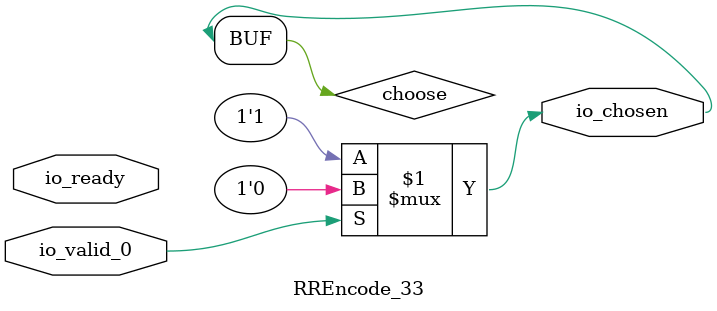
<source format=v>
module RREncode_33(
    input  io_valid_0,
    output io_chosen,
    input  io_ready);
  wire choose;
  assign io_chosen = choose;
  assign choose = io_valid_0 ? 1'h0 : 1'h1;
endmodule
</source>
